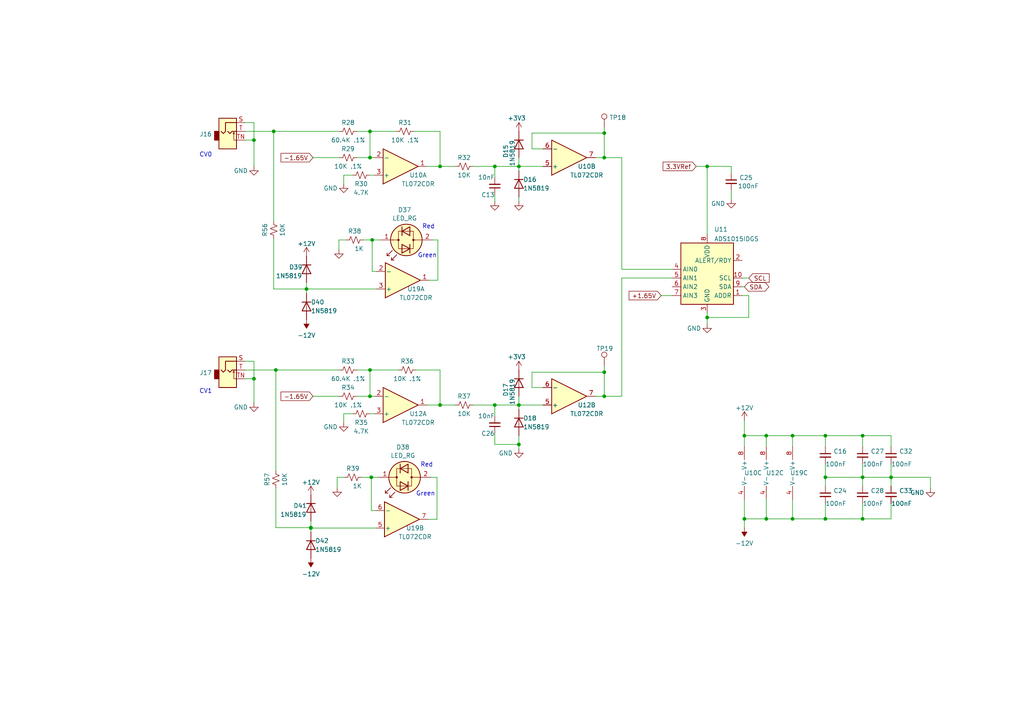
<source format=kicad_sch>
(kicad_sch (version 20231120) (generator "eeschema") (generator_version "8.0")
  (paper "A4")
  (title_block (title "Thor's Arsenal") (rev "0.2"))
  (lib_symbols
    (symbol "Amplifier_Operational:TL072" (pin_names (offset 0.127))
      (property "Reference" "U" (at 0 5.08 0))
      (property "Value" "TL072" (at 0 -5.08 0))
      (symbol "TL072_1_1"
        (polyline (pts (xy -5.08 5.08) (xy 5.08 0) (xy -5.08 -5.08) (xy -5.08 5.08)) (stroke (width 0.254)) (fill (type background)))
        (pin output line (at 7.62 0 180) (length 2.54) (name "~") (number "1"))
        (pin input line (at -7.62 -2.54 0) (length 2.54) (name "-") (number "2"))
        (pin input line (at -7.62 2.54 0) (length 2.54) (name "+") (number "3"))
      )
      (symbol "TL072_2_1"
        (polyline (pts (xy -5.08 5.08) (xy 5.08 0) (xy -5.08 -5.08) (xy -5.08 5.08)) (stroke (width 0.254)) (fill (type background)))
        (pin input line (at -7.62 2.54 0) (length 2.54) (name "+") (number "5"))
        (pin input line (at -7.62 -2.54 0) (length 2.54) (name "-") (number "6"))
        (pin output line (at 7.62 0 180) (length 2.54) (name "~") (number "7"))
      )
      (symbol "TL072_3_1"
        (pin power_in line (at -2.54 -7.62 90) (length 3.81) (name "V-") (number "4"))
        (pin power_in line (at -2.54 7.62 270) (length 3.81) (name "V+") (number "8"))
      )
    )
    (symbol "Analog_ADC:ADS1015IDGS"
      (property "Reference" "U" (at 2.54 13.97 0))
      (property "Value" "ADS1015IDGS" (at 7.62 11.43 0))
      (symbol "ADS1015IDGS_0_1"
        (rectangle (start -7.62 10.16) (end 7.62 -7.62) (stroke (width 0.254)) (fill (type background)))
      )
      (symbol "ADS1015IDGS_1_1"
        (pin input line (at 10.16 -5.08 180) (length 2.54) (name "ADDR") (number "1"))
        (pin input line (at 10.16 0 180) (length 2.54) (name "SCL") (number "10"))
        (pin output line (at 10.16 5.08 180) (length 2.54) (name "ALERT/RDY") (number "2"))
        (pin power_in line (at 0 -10.16 90) (length 2.54) (name "GND") (number "3"))
        (pin input line (at -10.16 2.54 0) (length 2.54) (name "AIN0") (number "4"))
        (pin input line (at -10.16 0 0) (length 2.54) (name "AIN1") (number "5"))
        (pin input line (at -10.16 -2.54 0) (length 2.54) (name "AIN2") (number "6"))
        (pin input line (at -10.16 -5.08 0) (length 2.54) (name "AIN3") (number "7"))
        (pin power_in line (at 0 12.7 270) (length 2.54) (name "VDD") (number "8"))
        (pin bidirectional line (at 10.16 -2.54 180) (length 2.54) (name "SDA") (number "9"))
      )
    )
    (symbol "Connector:TestPoint" (pin_numbers hide) (pin_names (offset 0.762) hide)
      (property "Reference" "TP" (at 0 6.858 0))
      (property "Value" "TestPoint" (at 0 5.08 0))
      (symbol "TestPoint_0_1"
        (circle (center 0 3.302) (radius 0.762))
      )
      (symbol "TestPoint_1_1"
        (pin passive line (at 0 0 90) (length 2.54) (name "1") (number "1"))
      )
    )
    (symbol "Connector_Audio:AudioJack2_SwitchT"
      (property "Reference" "J" (at 0 8.89 0))
      (property "Value" "AudioJack2_SwitchT" (at 0 6.35 0))
      (symbol "AudioJack2_SwitchT_0_1"
        (rectangle (start -2.54 0) (end -3.81 -2.54) (stroke (width 0.254)) (fill (type outline)))
        (polyline (pts (xy 1.778 -0.254) (xy 2.032 -0.762)))
        (polyline (pts (xy 0 0) (xy 0.635 -0.635) (xy 1.27 0) (xy 2.54 0)) (stroke (width 0.254)))
        (polyline (pts (xy 2.54 -2.54) (xy 1.778 -2.54) (xy 1.778 -0.254) (xy 1.524 -0.762)))
        (polyline (pts (xy 2.54 2.54) (xy -0.635 2.54) (xy -0.635 0) (xy -1.27 -0.635) (xy -1.905 0)) (stroke (width 0.254)))
        (rectangle (start 2.54 3.81) (end -2.54 -5.08) (stroke (width 0.254)) (fill (type background)))
      )
      (symbol "AudioJack2_SwitchT_1_1"
        (pin passive line (at 5.08 2.54 180) (length 2.54) (name "~") (number "S"))
        (pin passive line (at 5.08 0 180) (length 2.54) (name "~") (number "T"))
        (pin passive line (at 5.08 -2.54 180) (length 2.54) (name "~") (number "TN"))
      )
    )
    (symbol "Device:C_Small" (pin_numbers hide) (pin_names (offset 0.254) hide)
      (property "Reference" "C" (at 0.254 1.778 0))
      (property "Value" "C_Small" (at 0.254 -2.032 0))
      (symbol "C_Small_0_1"
        (polyline (pts (xy -1.524 -0.508) (xy 1.524 -0.508)) (stroke (width 0.3302)))
        (polyline (pts (xy -1.524 0.508) (xy 1.524 0.508)) (stroke (width 0.3048)))
      )
      (symbol "C_Small_1_1"
        (pin passive line (at 0 2.54 270) (length 2.032) (name "~") (number "1"))
        (pin passive line (at 0 -2.54 90) (length 2.032) (name "~") (number "2"))
      )
    )
    (symbol "Device:LED_Dual_Bidirectional" (pin_names (offset 0) hide)
      (property "Reference" "D" (at 0 5.715 0))
      (property "Value" "LED_Dual_Bidirectional" (at 0 -6.35 0))
      (symbol "LED_Dual_Bidirectional_0_1"
        (circle (center -2.032 0) (radius 0.254) (fill (type outline)))
        (polyline (pts (xy -4.572 0) (xy -2.54 0)))
        (polyline (pts (xy -2.032 0) (xy -2.54 0)))
        (polyline (pts (xy -1.016 3.81) (xy -1.016 1.27)) (stroke (width 0.254)))
        (polyline (pts (xy 1.27 -1.27) (xy 1.27 -3.81)) (stroke (width 0.254)))
        (polyline (pts (xy 4.064 0) (xy 2.286 0)) (fill (type outline)))
        (polyline (pts (xy 4.318 5.842) (xy 4.318 5.08)) (stroke (width 0.2032)))
        (polyline (pts (xy 5.588 4.572) (xy 5.588 3.81)) (stroke (width 0.2032)))
        (polyline (pts (xy 2.794 4.318) (xy 4.318 5.842) (xy 3.556 5.842)) (stroke (width 0.2032)))
        (polyline (pts (xy 4.064 3.048) (xy 5.588 4.572) (xy 4.826 4.572)) (stroke (width 0.2032)))
        (polyline (pts (xy -1.016 -1.27) (xy -1.016 -3.81) (xy 1.27 -2.54) (xy -1.016 -1.27)) (stroke (width 0.254)))
        (polyline (pts (xy 1.27 3.81) (xy 1.27 1.27) (xy -1.016 2.54) (xy 1.27 3.81)) (stroke (width 0.254)))
        (polyline (pts (xy 2.286 2.54) (xy -2.032 2.54) (xy -2.032 -2.54) (xy 2.286 -2.54) (xy 2.286 2.54)))
        (circle (center 0 0) (radius 4.572) (stroke (width 0.254)) (fill (type background)))
        (circle (center 2.286 0) (radius 0.254) (fill (type outline)))
      )
      (symbol "LED_Dual_Bidirectional_1_1"
        (pin input line (at 7.62 0 180) (length 3.81) (name "KA") (number "1"))
        (pin input line (at -7.62 0 0) (length 3.048) (name "AK") (number "2"))
      )
    )
    (symbol "Device:R_Small_US" (pin_numbers hide) (pin_names (offset 0.254) hide)
      (property "Reference" "R" (at 0.762 0.508 0))
      (property "Value" "R_Small_US" (at 0.762 -1.016 0))
      (symbol "R_Small_US_1_1"
        (polyline (pts (xy 0 0) (xy 1.016 -0.381) (xy 0 -0.762) (xy -1.016 -1.143) (xy 0 -1.524)))
        (polyline (pts (xy 0 1.524) (xy 1.016 1.143) (xy 0 0.762) (xy -1.016 0.381) (xy 0 0)))
        (pin passive line (at 0 2.54 270) (length 1.016) (name "~") (number "1"))
        (pin passive line (at 0 -2.54 90) (length 1.016) (name "~") (number "2"))
      )
    )
    (symbol "Diode:1N4148" (pin_numbers hide) (pin_names (offset 1.016) hide)
      (property "Reference" "D" (at 0 2.54 0))
      (property "Value" "1N4148" (at 0 -2.54 0))
      (symbol "1N4148_0_1"
        (polyline (pts (xy -1.27 1.27) (xy -1.27 -1.27)) (stroke (width 0.254)))
        (polyline (pts (xy 1.27 0) (xy -1.27 0)))
        (polyline (pts (xy 1.27 1.27) (xy 1.27 -1.27) (xy -1.27 0) (xy 1.27 1.27)) (stroke (width 0.254)))
      )
      (symbol "1N4148_1_1"
        (pin passive line (at -3.81 0 0) (length 2.54) (name "K") (number "1"))
        (pin passive line (at 3.81 0 180) (length 2.54) (name "A") (number "2"))
      )
    )
    (symbol "power:+12V" (power) (pin_names (offset 0))
      (property "Value" "+12V" (at 0 3.556 0))
      (symbol "+12V_0_1"
        (polyline (pts (xy -0.762 1.27) (xy 0 2.54)))
        (polyline (pts (xy 0 0) (xy 0 2.54)))
        (polyline (pts (xy 0 2.54) (xy 0.762 1.27)))
      )
      (symbol "+12V_1_1"
        (pin power_in line (at 0 0 90) (length 0) hide (name "+12V") (number "1"))
      )
    )
    (symbol "power:+3.3V" (power) (pin_names (offset 0))
      (property "Value" "+3.3V" (at 0 3.556 0))
      (symbol "+3.3V_0_1"
        (polyline (pts (xy -0.762 1.27) (xy 0 2.54)))
        (polyline (pts (xy 0 0) (xy 0 2.54)))
        (polyline (pts (xy 0 2.54) (xy 0.762 1.27)))
      )
      (symbol "+3.3V_1_1"
        (pin power_in line (at 0 0 90) (length 0) hide (name "+3V3") (number "1"))
      )
    )
    (symbol "power:-12V" (power) (pin_names (offset 0))
      (property "Value" "-12V" (at 0 3.81 0))
      (symbol "-12V_0_0"
        (pin power_in line (at 0 0 90) (length 0) hide (name "-12V") (number "1"))
      )
      (symbol "-12V_0_1"
        (polyline (pts (xy 0 0) (xy 0 1.27) (xy 0.762 1.27) (xy 0 2.54) (xy -0.762 1.27) (xy 0 1.27)) (fill (type outline)))
      )
    )
    (symbol "power:GND" (power) (pin_names (offset 0))
      (property "Value" "GND" (at 0 -3.81 0))
      (symbol "GND_0_1"
        (polyline (pts (xy 0 0) (xy 0 -1.27) (xy 1.27 -1.27) (xy 0 -2.54) (xy -1.27 -1.27) (xy 0 -1.27)))
      )
      (symbol "GND_1_1"
        (pin power_in line (at 0 0 270) (length 0) hide (name "GND") (number "1"))
      )
    )
  )
  (junction (at 239.395 150.495))
  (junction (at 150.495 128.905))
  (junction (at 107.315 38.1))
  (junction (at 175.26 45.72))
  (junction (at 107.315 114.935))
  (junction (at 215.9 126.365))
  (junction (at 239.395 138.43))
  (junction (at 205.105 48.26))
  (junction (at 215.9 150.495))
  (junction (at 150.495 117.475))
  (junction (at 79.375 38.1))
  (junction (at 222.25 126.365))
  (junction (at 80.01 107.315))
  (junction (at 143.51 117.475))
  (junction (at 258.445 138.43))
  (junction (at 90.17 153.035))
  (junction (at 107.95 69.596))
  (junction (at 250.19 126.365))
  (junction (at 175.26 114.935))
  (junction (at 73.66 109.855))
  (junction (at 175.26 38.608))
  (junction (at 205.105 92.075))
  (junction (at 107.315 107.315))
  (junction (at 107.315 45.72))
  (junction (at 250.19 138.43))
  (junction (at 250.19 150.495))
  (junction (at 127.635 117.475))
  (junction (at 229.87 126.365))
  (junction (at 90.17 153.162))
  (junction (at 239.395 126.365))
  (junction (at 175.26 107.95))
  (junction (at 73.66 40.64))
  (junction (at 222.25 150.495))
  (junction (at 150.495 48.26))
  (junction (at 229.87 150.495))
  (junction (at 88.9 83.82))
  (junction (at 107.696 138.43))
  (junction (at 127.635 48.26))
  (junction (at 143.51 48.26))
  (wire (pts (xy 71.12 104.775) (xy 73.66 104.775)))
  (wire (pts (xy 175.26 37.084) (xy 175.26 38.608)))
  (wire (pts (xy 90.17 153.162) (xy 108.966 153.162)))
  (wire (pts (xy 88.9 81.915) (xy 88.9 83.82)))
  (wire (pts (xy 229.87 126.365) (xy 239.395 126.365)))
  (wire (pts (xy 217.17 92.075) (xy 205.105 92.075)))
  (wire (pts (xy 107.315 107.315) (xy 115.57 107.315)))
  (wire (pts (xy 79.375 83.82) (xy 88.9 83.82)))
  (wire (pts (xy 107.315 45.72) (xy 108.585 45.72)))
  (wire (pts (xy 201.93 48.26) (xy 205.105 48.26)))
  (wire (pts (xy 97.79 138.43) (xy 97.79 141.478)))
  (wire (pts (xy 79.375 38.1) (xy 79.375 64.135)))
  (wire (pts (xy 103.505 45.72) (xy 107.315 45.72)))
  (wire (pts (xy 217.17 85.725) (xy 217.17 92.075)))
  (wire (pts (xy 239.395 126.365) (xy 250.19 126.365)))
  (wire (pts (xy 107.315 45.72) (xy 107.315 38.1)))
  (wire (pts (xy 212.09 50.165) (xy 212.09 48.26)))
  (wire (pts (xy 215.265 85.725) (xy 217.17 85.725)))
  (wire (pts (xy 90.17 151.13) (xy 90.17 153.035)))
  (wire (pts (xy 150.495 114.935) (xy 150.495 117.475)))
  (wire (pts (xy 143.51 48.26) (xy 143.51 51.435)))
  (wire (pts (xy 107.95 69.596) (xy 107.95 78.74)))
  (wire (pts (xy 154.305 107.95) (xy 175.26 107.95)))
  (wire (pts (xy 90.17 153.162) (xy 90.17 153.035)))
  (wire (pts (xy 222.25 150.495) (xy 229.87 150.495)))
  (wire (pts (xy 71.12 109.855) (xy 73.66 109.855)))
  (wire (pts (xy 127.635 38.1) (xy 127.635 48.26)))
  (wire (pts (xy 80.01 153.035) (xy 90.17 153.035)))
  (wire (pts (xy 107.315 38.1) (xy 114.935 38.1)))
  (wire (pts (xy 180.34 45.72) (xy 180.34 78.105)))
  (wire (pts (xy 258.445 146.05) (xy 258.445 150.495)))
  (wire (pts (xy 250.19 138.43) (xy 239.395 138.43)))
  (wire (pts (xy 103.505 107.315) (xy 107.315 107.315)))
  (wire (pts (xy 222.25 126.365) (xy 222.25 129.54)))
  (wire (pts (xy 215.9 126.365) (xy 222.25 126.365)))
  (wire (pts (xy 215.9 144.78) (xy 215.9 150.495)))
  (wire (pts (xy 239.395 146.05) (xy 239.395 150.495)))
  (wire (pts (xy 80.01 107.315) (xy 80.01 136.525)))
  (wire (pts (xy 258.445 126.365) (xy 250.19 126.365)))
  (wire (pts (xy 217.17 80.645) (xy 215.265 80.645)))
  (wire (pts (xy 180.34 114.935) (xy 180.34 80.645)))
  (wire (pts (xy 239.395 138.43) (xy 239.395 140.97)))
  (wire (pts (xy 154.305 38.608) (xy 175.26 38.608)))
  (wire (pts (xy 150.495 58.42) (xy 150.495 57.15)))
  (wire (pts (xy 205.105 48.26) (xy 205.105 67.945)))
  (wire (pts (xy 250.19 138.43) (xy 250.19 140.97)))
  (wire (pts (xy 258.445 138.43) (xy 258.445 140.97)))
  (wire (pts (xy 175.26 107.95) (xy 175.26 114.935)))
  (wire (pts (xy 150.495 128.905) (xy 150.495 126.365)))
  (wire (pts (xy 127.635 117.475) (xy 132.08 117.475)))
  (wire (pts (xy 79.375 38.1) (xy 98.425 38.1)))
  (wire (pts (xy 71.12 38.1) (xy 79.375 38.1)))
  (wire (pts (xy 269.875 141.605) (xy 269.875 138.43)))
  (wire (pts (xy 143.51 117.475) (xy 150.495 117.475)))
  (wire (pts (xy 102.235 50.8) (xy 99.695 50.8)))
  (wire (pts (xy 109.22 78.74) (xy 107.95 78.74)))
  (wire (pts (xy 239.395 129.54) (xy 239.395 126.365)))
  (wire (pts (xy 154.305 112.395) (xy 154.305 107.95)))
  (wire (pts (xy 215.9 126.365) (xy 215.9 129.54)))
  (wire (pts (xy 71.12 35.56) (xy 73.66 35.56)))
  (wire (pts (xy 73.66 104.775) (xy 73.66 109.855)))
  (wire (pts (xy 123.825 48.26) (xy 127.635 48.26)))
  (wire (pts (xy 80.01 107.315) (xy 98.425 107.315)))
  (wire (pts (xy 127 69.596) (xy 127 81.28)))
  (wire (pts (xy 137.16 117.475) (xy 143.51 117.475)))
  (wire (pts (xy 124.968 138.43) (xy 126.746 138.43)))
  (wire (pts (xy 98.298 69.596) (xy 98.298 72.39)))
  (wire (pts (xy 73.66 40.64) (xy 73.66 48.26)))
  (wire (pts (xy 215.9 150.495) (xy 222.25 150.495)))
  (wire (pts (xy 109.728 138.43) (xy 107.696 138.43)))
  (wire (pts (xy 212.09 55.245) (xy 212.09 57.785)))
  (wire (pts (xy 73.66 35.56) (xy 73.66 40.64)))
  (wire (pts (xy 154.305 43.18) (xy 154.305 38.608)))
  (wire (pts (xy 157.48 112.395) (xy 154.305 112.395)))
  (wire (pts (xy 120.65 107.315) (xy 127.635 107.315)))
  (wire (pts (xy 103.505 38.1) (xy 107.315 38.1)))
  (wire (pts (xy 103.505 114.935) (xy 107.315 114.935)))
  (wire (pts (xy 88.9 83.82) (xy 109.22 83.82)))
  (wire (pts (xy 258.445 138.43) (xy 269.875 138.43)))
  (wire (pts (xy 175.26 106.172) (xy 175.26 107.95)))
  (wire (pts (xy 229.87 144.78) (xy 229.87 150.495)))
  (wire (pts (xy 194.945 85.725) (xy 191.77 85.725)))
  (wire (pts (xy 80.01 141.605) (xy 80.01 153.035)))
  (wire (pts (xy 172.72 114.935) (xy 175.26 114.935)))
  (wire (pts (xy 150.495 118.745) (xy 150.495 117.475)))
  (wire (pts (xy 222.25 126.365) (xy 229.87 126.365)))
  (wire (pts (xy 175.26 45.72) (xy 180.34 45.72)))
  (wire (pts (xy 215.9 121.92) (xy 215.9 126.365)))
  (wire (pts (xy 90.805 114.935) (xy 98.425 114.935)))
  (wire (pts (xy 90.805 45.72) (xy 98.425 45.72)))
  (wire (pts (xy 180.34 80.645) (xy 194.945 80.645)))
  (wire (pts (xy 98.298 69.596) (xy 100.33 69.596)))
  (wire (pts (xy 126.746 150.622) (xy 124.206 150.622)))
  (wire (pts (xy 205.105 93.98) (xy 205.105 92.075)))
  (wire (pts (xy 172.72 45.72) (xy 175.26 45.72)))
  (wire (pts (xy 71.12 107.315) (xy 80.01 107.315)))
  (wire (pts (xy 99.822 138.43) (xy 97.79 138.43)))
  (wire (pts (xy 125.476 69.596) (xy 127 69.596)))
  (wire (pts (xy 107.315 50.8) (xy 108.585 50.8)))
  (wire (pts (xy 239.395 134.62) (xy 239.395 138.43)))
  (wire (pts (xy 108.966 148.082) (xy 107.696 148.082)))
  (wire (pts (xy 90.17 154.305) (xy 90.17 153.162)))
  (wire (pts (xy 73.66 109.855) (xy 73.66 116.84)))
  (wire (pts (xy 150.495 45.72) (xy 150.495 48.26)))
  (wire (pts (xy 143.51 48.26) (xy 150.495 48.26)))
  (wire (pts (xy 150.495 128.905) (xy 150.495 130.175)))
  (wire (pts (xy 107.315 120.015) (xy 108.585 120.015)))
  (wire (pts (xy 175.26 38.608) (xy 175.26 45.72)))
  (wire (pts (xy 212.09 48.26) (xy 205.105 48.26)))
  (wire (pts (xy 88.9 85.09) (xy 88.9 83.82)))
  (wire (pts (xy 102.235 120.015) (xy 99.695 120.015)))
  (wire (pts (xy 150.495 49.53) (xy 150.495 48.26)))
  (wire (pts (xy 123.825 117.475) (xy 127.635 117.475)))
  (wire (pts (xy 222.25 144.78) (xy 222.25 150.495)))
  (wire (pts (xy 127 81.28) (xy 124.46 81.28)))
  (wire (pts (xy 127.635 48.26) (xy 132.08 48.26)))
  (wire (pts (xy 105.41 69.596) (xy 107.95 69.596)))
  (wire (pts (xy 143.51 128.905) (xy 150.495 128.905)))
  (wire (pts (xy 143.51 117.475) (xy 143.51 120.65)))
  (wire (pts (xy 258.445 134.62) (xy 258.445 138.43)))
  (wire (pts (xy 250.19 134.62) (xy 250.19 138.43)))
  (wire (pts (xy 99.695 50.8) (xy 99.695 53.34)))
  (wire (pts (xy 126.746 138.43) (xy 126.746 150.622)))
  (wire (pts (xy 215.9 83.185) (xy 215.265 83.185)))
  (wire (pts (xy 250.19 146.05) (xy 250.19 150.495)))
  (wire (pts (xy 107.315 114.935) (xy 107.315 107.315)))
  (wire (pts (xy 79.375 69.215) (xy 79.375 83.82)))
  (wire (pts (xy 71.12 40.64) (xy 73.66 40.64)))
  (wire (pts (xy 157.48 43.18) (xy 154.305 43.18)))
  (wire (pts (xy 99.695 120.015) (xy 99.695 122.555)))
  (wire (pts (xy 258.445 129.54) (xy 258.445 126.365)))
  (wire (pts (xy 250.19 126.365) (xy 250.19 129.54)))
  (wire (pts (xy 143.51 56.515) (xy 143.51 58.42)))
  (wire (pts (xy 107.315 114.935) (xy 108.585 114.935)))
  (wire (pts (xy 110.236 69.596) (xy 107.95 69.596)))
  (wire (pts (xy 127.635 107.315) (xy 127.635 117.475)))
  (wire (pts (xy 175.26 114.935) (xy 180.34 114.935)))
  (wire (pts (xy 150.495 48.26) (xy 157.48 48.26)))
  (wire (pts (xy 180.34 78.105) (xy 194.945 78.105)))
  (wire (pts (xy 137.16 48.26) (xy 143.51 48.26)))
  (wire (pts (xy 205.105 92.075) (xy 205.105 90.805)))
  (wire (pts (xy 107.696 138.43) (xy 107.696 148.082)))
  (wire (pts (xy 229.87 150.495) (xy 239.395 150.495)))
  (wire (pts (xy 120.015 38.1) (xy 127.635 38.1)))
  (wire (pts (xy 229.87 126.365) (xy 229.87 129.54)))
  (wire (pts (xy 250.19 150.495) (xy 258.445 150.495)))
  (wire (pts (xy 215.9 150.495) (xy 215.9 153.035)))
  (wire (pts (xy 239.395 150.495) (xy 250.19 150.495)))
  (wire (pts (xy 143.51 125.73) (xy 143.51 128.905)))
  (wire (pts (xy 250.19 138.43) (xy 258.445 138.43)))
  (wire (pts (xy 104.902 138.43) (xy 107.696 138.43)))
  (wire (pts (xy 150.495 117.475) (xy 157.48 117.475)))
  (text "CV0" (at 57.785 45.72 0) (effects (font (size 1.27 1.27)) (justify left bottom)))
  (text "Red" (at 121.92 135.636 0) (effects (font (size 1.27 1.27)) (justify left bottom)))
  (text "CV1" (at 57.785 114.3 0) (effects (font (size 1.27 1.27)) (justify left bottom)))
  (text "Green" (at 120.65 144.018 0) (effects (font (size 1.27 1.27)) (justify left bottom)))
  (text "Green" (at 121.158 74.93 0) (effects (font (size 1.27 1.27)) (justify left bottom)))
  (text "Red" (at 122.428 66.548 0) (effects (font (size 1.27 1.27)) (justify left bottom)))
  (global_label "SCL" (shape input) (at 217.17 80.645 0) (property "Intersheetrefs" "${INTERSHEET_REFS}" (effects (hide yes))))
  (global_label "+1.65V" (shape input) (at 191.77 85.725 180) (property "Intersheetrefs" "${INTERSHEET_REFS}" (effects (hide yes))))
  (global_label "3.3VRef" (shape input) (at 201.93 48.26 180) (property "Intersheetrefs" "${INTERSHEET_REFS}" (effects (hide yes))))
  (global_label "-1.65V" (shape input) (at 90.805 114.935 180) (property "Intersheetrefs" "${INTERSHEET_REFS}" (effects (hide yes))))
  (global_label "SDA" (shape bidirectional) (at 215.9 83.185 0) (property "Intersheetrefs" "${INTERSHEET_REFS}" (effects (hide yes))))
  (global_label "-1.65V" (shape input) (at 90.805 45.72 180) (property "Intersheetrefs" "${INTERSHEET_REFS}" (effects (hide yes))))
  (symbol (lib_id "power:-12V") (at 90.17 161.925 180) (unit 1)
    (property "Reference" "#PWR017" (effects (hide yes)))
    (property "Value" "-12V" (at 90.17 166.4875 0))
  )
  (symbol (lib_id "power:GND") (at 205.105 93.98 0) (unit 1)
    (property "Reference" "#PWR028" (effects (hide yes)))
    (property "Value" "GND" (at 201.295 95.25 0))
  )
  (symbol (lib_id "Diode:1N4148") (at 90.17 158.115 270) (unit 1)
    (property "Reference" "D42" (at 91.44 156.845 90) (effects (justify left)))
    (property "Value" "1N5819" (at 91.44 159.385 90) (effects (justify left)))
    (property "Footprint" "greenface:D_SOD-323" (effects (hide yes)))
    (property "Digi-Key Part" "478-7800-1-ND" (effects (hide yes)))
    (property "LCSC Part #" "C191023" (effects (hide yes)))
  )
  (symbol (lib_id "Diode:1N4148") (at 88.9 88.9 270) (unit 1)
    (property "Reference" "D40" (at 90.17 87.63 90) (effects (justify left)))
    (property "Value" "1N5819" (at 90.17 90.17 90) (effects (justify left)))
    (property "Footprint" "greenface:D_SOD-323" (effects (hide yes)))
    (property "Digi-Key Part" "478-7800-1-ND" (effects (hide yes)))
    (property "LCSC Part #" "C191023" (effects (hide yes)))
  )
  (symbol (lib_id "power:+12V") (at 215.9 121.92 0) (unit 1)
    (property "Reference" "#PWR034" (effects (hide yes)))
    (property "Value" "+12V" (at 215.9 118.3155 0))
  )
  (symbol (lib_id "Device:R_Small_US") (at 134.62 117.475 270) (unit 1)
    (property "Reference" "R37" (at 134.62 114.935 90))
    (property "Value" "10K" (at 134.62 120.015 90))
    (property "Footprint" "Resistor_SMD:R_0805_2012Metric_Pad1.20x1.40mm_HandSolder" (effects (hide yes)))
    (property "Digi-Key Part" "13-RC0805JR-1010KLCT-ND" (effects (hide yes)))
    (property "LCSC Part #" "C17414" (effects (hide yes)))
  )
  (symbol (lib_id "power:-12V") (at 215.9 153.035 180) (unit 1)
    (property "Reference" "#PWR038" (effects (hide yes)))
    (property "Value" "-12V" (at 215.9 157.5975 0))
  )
  (symbol (lib_id "Amplifier_Operational:TL072") (at 213.36 137.16 0) (mirror y) (unit 3)
    (property "Reference" "U10" (at 218.44 137.16 0))
    (property "Value" "TL072CDR" (effects (hide yes)))
    (property "Footprint" "Package_SO:SOIC-8_3.9x4.9mm_P1.27mm" (effects (hide yes)))
    (property "Digi-Key Part" "296-1282-1-ND" (effects (hide yes)))
    (property "LCSC Part #" "C6961" (effects (hide yes)))
  )
  (symbol (lib_id "Diode:1N4148") (at 90.17 147.32 270) (unit 1)
    (property "Reference" "D41" (at 85.09 146.685 90) (effects (justify left)))
    (property "Value" "1N5819" (at 81.28 149.225 90) (effects (justify left)))
    (property "Footprint" "greenface:D_SOD-323" (effects (hide yes)))
    (property "Digi-Key Part" "478-7800-1-ND" (effects (hide yes)))
    (property "LCSC Part #" "C191023" (effects (hide yes)))
  )
  (symbol (lib_id "Device:LED_Dual_Bidirectional") (at 117.856 69.596 180) (unit 1)
    (property "Reference" "D37" (at 117.3607 60.8795 0))
    (property "Value" "LED_RG" (at 117.3607 63.3038 0))
    (property "Footprint" "LED_THT:LED_D3.0mm" (effects (hide yes)))
    (property "Description" "Dual LED, bidirectional" (effects (hide yes)))
    (property "Digi-Key Part" "754-WP937SURKCGKW-ND" (effects (hide yes)))
  )
  (symbol (lib_id "Amplifier_Operational:TL072") (at 227.33 137.16 0) (mirror y) (unit 3)
    (property "Reference" "U19" (at 231.775 137.16 0))
    (property "Value" "TL072CDR" (effects (hide yes)))
    (property "Footprint" "Package_SO:SOIC-8_3.9x4.9mm_P1.27mm" (effects (hide yes)))
    (property "Datasheet" "http://www.ti.com/lit/ds/symlink/tl071.pdf" (effects (hide yes)))
    (property "Digi-Key Part" "296-1282-1-ND" (effects (hide yes)))
    (property "LCSC Part #" "C6961" (effects (hide yes)))
  )
  (symbol (lib_id "Analog_ADC:ADS1015IDGS") (at 205.105 80.645 0) (unit 1)
    (property "Reference" "U11" (at 207.1244 66.5185 0) (effects (justify left)))
    (property "Value" "ADS1015IDGS" (at 207.1244 69.2936 0) (effects (justify left)))
    (property "Footprint" "Package_SO:TSSOP-10_3x3mm_P0.5mm" (effects (hide yes)))
    (property "Datasheet" "http://www.ti.com/lit/ds/symlink/ads1015.pdf" (effects (hide yes)))
    (property "LCSC Part #" "C193969" (effects (hide yes)))
    (property "Digi-Key Part" "296-25227-1-ND" (effects (hide yes)))
  )
  (symbol (lib_id "Device:R_Small_US") (at 104.775 50.8 270) (unit 1)
    (property "Reference" "R30" (at 104.775 53.34 90))
    (property "Value" "4.7K" (at 104.775 55.88 90))
    (property "Footprint" "Resistor_SMD:R_0805_2012Metric_Pad1.20x1.40mm_HandSolder" (effects (hide yes)))
    (property "Digi-Key Part" "RMCF0805FT4K70CT-ND" (effects (hide yes)))
    (property "LCSC Part #" "C17673" (effects (hide yes)))
  )
  (symbol (lib_id "Amplifier_Operational:TL072") (at 116.205 48.26 0) (mirror x) (unit 1)
    (property "Reference" "U10" (at 121.285 50.8 0))
    (property "Value" "TL072CDR" (at 121.285 53.34 0))
    (property "Footprint" "Package_SO:SOIC-8_3.9x4.9mm_P1.27mm" (effects (hide yes)))
    (property "Digi-Key Part" "296-1282-1-ND" (effects (hide yes)))
    (property "LCSC Part #" "C6961" (effects (hide yes)))
  )
  (symbol (lib_id "power:+12V") (at 88.9 74.295 0) (unit 1)
    (property "Reference" "#PWR012" (effects (hide yes)))
    (property "Value" "+12V" (at 88.9 70.6905 0))
  )
  (symbol (lib_id "Device:R_Small_US") (at 100.965 114.935 270) (unit 1)
    (property "Reference" "R34" (at 100.965 112.395 90))
    (property "Value" "10K .1%" (at 100.965 117.475 90))
    (property "Footprint" "Resistor_SMD:R_0805_2012Metric_Pad1.20x1.40mm_HandSolder" (effects (hide yes)))
    (property "Digi-Key Part" "P10KDACT-ND" (effects (hide yes)))
    (property "LCSC Part #" "C406725" (effects (hide yes)))
  )
  (symbol (lib_id "Connector:TestPoint") (at 175.26 106.172 0) (unit 1)
    (property "Reference" "TP19" (at 172.974 101.092 0) (effects (justify left)))
    (property "Value" "TestPoint" (effects (hide yes)))
    (property "Footprint" "TestPoint:TestPoint_Keystone_5000-5004_Miniature" (effects (hide yes)))
    (property "Digi-Key Part" "36-5006-ND" (effects (hide yes)))
    (property "LCSC Part #" "C238123 " (effects (hide yes)))
  )
  (symbol (lib_id "Device:C_Small") (at 143.51 123.19 180) (unit 1)
    (property "Reference" "C26" (at 143.51 125.73 0) (effects (justify left)))
    (property "Value" "10nF" (at 143.51 120.65 0) (effects (justify left)))
    (property "Footprint" "Capacitor_SMD:C_0805_2012Metric_Pad1.18x1.45mm_HandSolder" (effects (hide yes)))
    (property "Datasheet" "http://datasheets.avx.com/SR-Series.pdf" (effects (hide yes)))
    (property "Digi-Key Part" "311-1136-1-ND" (effects (hide yes)))
    (property "LCSC Part #" "C1710" (effects (hide yes)))
  )
  (symbol (lib_id "power:GND") (at 99.695 122.555 0) (unit 1)
    (property "Reference" "#PWR052" (effects (hide yes)))
    (property "Value" "GND" (at 95.885 123.825 0))
  )
  (symbol (lib_id "Connector:TestPoint") (at 175.26 37.084 0) (unit 1)
    (property "Reference" "TP18" (at 176.7332 34.0868 0) (effects (justify left)))
    (property "Value" "TestPoint" (effects (hide yes)))
    (property "Footprint" "TestPoint:TestPoint_Keystone_5000-5004_Miniature" (effects (hide yes)))
    (property "Digi-Key Part" "36-5006-ND" (effects (hide yes)))
    (property "LCSC Part #" "C238123 " (effects (hide yes)))
  )
  (symbol (lib_id "power:+12V") (at 90.17 143.51 0) (unit 1)
    (property "Reference" "#PWR016" (effects (hide yes)))
    (property "Value" "+12V" (at 90.17 139.9055 0))
  )
  (symbol (lib_id "Amplifier_Operational:TL072") (at 116.205 117.475 0) (mirror x) (unit 1)
    (property "Reference" "U12" (at 121.285 120.015 0))
    (property "Value" "TL072CDR" (at 121.285 122.555 0))
    (property "Footprint" "Package_SO:SOIC-8_3.9x4.9mm_P1.27mm" (effects (hide yes)))
    (property "Digi-Key Part" "296-1282-1-ND" (effects (hide yes)))
    (property "LCSC Part #" "C6961" (effects (hide yes)))
  )
  (symbol (lib_id "Device:C_Small") (at 239.395 143.51 0) (unit 1)
    (property "Reference" "C24" (at 241.7318 142.3416 0) (effects (justify left)))
    (property "Value" "100nF" (at 239.395 146.05 0) (effects (justify left)))
    (property "Footprint" "Capacitor_SMD:C_0603_1608Metric" (effects (hide yes)))
    (property "Datasheet" "http://datasheets.avx.com/SR-Series.pdf" (effects (hide yes)))
    (property "Digi-Key Part" "478-10836-1-ND" (effects (hide yes)))
    (property "LCSC Part #" "C14663" (effects (hide yes)))
  )
  (symbol (lib_id "Connector_Audio:AudioJack2_SwitchT") (at 66.04 38.1 0) (unit 1)
    (property "Reference" "J16" (at 61.468 38.9128 0) (effects (justify right)))
    (property "Value" "3.5mm Jack" (effects (hide yes)))
    (property "Footprint" "greenface:Jack_3.5mm_QingPu_WQP-PJ398SM_Vertical" (effects (hide yes)))
    (property "Description" "Audio Jack, 2 Poles (Mono / TS), Switched T Pole (Normalling)" (effects (hide yes)))
  )
  (symbol (lib_id "Device:C_Small") (at 239.395 132.08 0) (unit 1)
    (property "Reference" "C16" (at 241.7318 130.9116 0) (effects (justify left)))
    (property "Value" "100nF" (at 239.395 134.62 0) (effects (justify left)))
    (property "Footprint" "Capacitor_SMD:C_0603_1608Metric" (effects (hide yes)))
    (property "Datasheet" "http://datasheets.avx.com/SR-Series.pdf" (effects (hide yes)))
    (property "Digi-Key Part" "478-10836-1-ND" (effects (hide yes)))
    (property "LCSC Part #" "C14663" (effects (hide yes)))
  )
  (symbol (lib_id "Device:R_Small_US") (at 118.11 107.315 270) (unit 1)
    (property "Reference" "R36" (at 118.11 104.775 90))
    (property "Value" "10K .1%" (at 118.11 109.855 90))
    (property "Footprint" "Resistor_SMD:R_0805_2012Metric_Pad1.20x1.40mm_HandSolder" (effects (hide yes)))
    (property "Digi-Key Part" "P10KDACT-ND" (effects (hide yes)))
    (property "LCSC Part #" "C406725" (effects (hide yes)))
  )
  (symbol (lib_id "power:GND") (at 73.66 48.26 0) (unit 1)
    (property "Reference" "#PWR011" (effects (hide yes)))
    (property "Value" "GND" (at 69.85 49.53 0))
  )
  (symbol (lib_id "power:GND") (at 150.495 58.42 0) (unit 1)
    (property "Reference" "#PWR0107" (effects (hide yes)))
    (property "Value" "GND" (effects (hide yes)))
  )
  (symbol (lib_id "Device:C_Small") (at 258.445 132.08 0) (unit 1)
    (property "Reference" "C32" (at 260.7818 130.9116 0) (effects (justify left)))
    (property "Value" "100nF" (at 258.445 134.62 0) (effects (justify left)))
    (property "Footprint" "Capacitor_SMD:C_0603_1608Metric" (effects (hide yes)))
    (property "Datasheet" "http://datasheets.avx.com/SR-Series.pdf" (effects (hide yes)))
    (property "Digi-Key Part" "478-10836-1-ND" (effects (hide yes)))
    (property "LCSC Part #" "C14663" (effects (hide yes)))
  )
  (symbol (lib_id "power:GND") (at 143.51 58.42 0) (unit 1)
    (property "Reference" "#PWR0106" (effects (hide yes)))
    (property "Value" "GND" (effects (hide yes)))
  )
  (symbol (lib_id "Diode:1N4148") (at 88.9 78.105 270) (unit 1)
    (property "Reference" "D39" (at 83.82 77.47 90) (effects (justify left)))
    (property "Value" "1N5819" (at 80.01 80.01 90) (effects (justify left)))
    (property "Footprint" "greenface:D_SOD-323" (effects (hide yes)))
    (property "Digi-Key Part" "478-7800-1-ND" (effects (hide yes)))
    (property "LCSC Part #" "C191023" (effects (hide yes)))
  )
  (symbol (lib_id "Device:R_Small_US") (at 100.965 107.315 270) (unit 1)
    (property "Reference" "R33" (at 100.965 104.775 90))
    (property "Value" "60.4K .1%" (at 100.965 109.855 90))
    (property "Footprint" "Resistor_SMD:R_0603_1608Metric" (effects (hide yes)))
    (property "Digi-Key Part" "P30.1KDACT-ND" (effects (hide yes)))
    (property "LCSC Part #" "C5139638" (effects (hide yes)))
  )
  (symbol (lib_id "Device:R_Small_US") (at 100.965 38.1 270) (unit 1)
    (property "Reference" "R28" (at 100.965 35.56 90))
    (property "Value" "60.4K .1%" (at 100.965 40.64 90))
    (property "Footprint" "Resistor_SMD:R_0603_1608Metric" (effects (hide yes)))
    (property "Digi-Key Part" "P30.1KDACT-ND" (effects (hide yes)))
    (property "LCSC Part #" "C5139638" (effects (hide yes)))
  )
  (symbol (lib_id "Device:C_Small") (at 258.445 143.51 0) (unit 1)
    (property "Reference" "C33" (at 260.7818 142.3416 0) (effects (justify left)))
    (property "Value" "100nF" (at 258.445 146.05 0) (effects (justify left)))
    (property "Footprint" "Capacitor_SMD:C_0603_1608Metric" (effects (hide yes)))
    (property "Datasheet" "http://datasheets.avx.com/SR-Series.pdf" (effects (hide yes)))
    (property "Digi-Key Part" "478-10836-1-ND" (effects (hide yes)))
    (property "LCSC Part #" "C14663" (effects (hide yes)))
  )
  (symbol (lib_id "Device:R_Small_US") (at 104.775 120.015 270) (unit 1)
    (property "Reference" "R35" (at 104.775 122.555 90))
    (property "Value" "4.7K" (at 104.775 125.095 90))
    (property "Footprint" "Resistor_SMD:R_0805_2012Metric_Pad1.20x1.40mm_HandSolder" (effects (hide yes)))
    (property "Digi-Key Part" "RMCF0805FT4K70CT-ND" (effects (hide yes)))
    (property "LCSC Part #" "C17673" (effects (hide yes)))
  )
  (symbol (lib_id "Device:R_Small_US") (at 80.01 139.065 0) (unit 1)
    (property "Reference" "R57" (at 77.47 139.065 90))
    (property "Value" "10K" (at 82.55 139.065 90))
    (property "Footprint" "Resistor_SMD:R_0805_2012Metric_Pad1.20x1.40mm_HandSolder" (effects (hide yes)))
    (property "Digi-Key Part" "13-RC0805JR-1010KLCT-ND" (effects (hide yes)))
    (property "LCSC Part #" "C17414" (effects (hide yes)))
  )
  (symbol (lib_id "Device:C_Small") (at 143.51 53.975 180) (unit 1)
    (property "Reference" "C13" (at 143.51 56.515 0) (effects (justify left)))
    (property "Value" "10nF" (at 143.51 51.435 0) (effects (justify left)))
    (property "Footprint" "Capacitor_SMD:C_0805_2012Metric_Pad1.18x1.45mm_HandSolder" (effects (hide yes)))
    (property "Datasheet" "http://datasheets.avx.com/SR-Series.pdf" (effects (hide yes)))
    (property "Digi-Key Part" "311-1136-1-ND" (effects (hide yes)))
    (property "LCSC Part #" "C1710" (effects (hide yes)))
  )
  (symbol (lib_id "Device:R_Small_US") (at 102.87 69.596 90) (unit 1)
    (property "Reference" "R38" (at 102.87 67.056 90))
    (property "Value" "1K" (at 104.14 72.136 90))
    (property "Footprint" "Resistor_SMD:R_0805_2012Metric_Pad1.20x1.40mm_HandSolder" (effects (hide yes)))
    (property "Digi-Key Part" "RNCP0805FTD1K00CT-ND" (effects (hide yes)))
    (property "LCSC Part #" "C17513" (effects (hide yes)))
  )
  (symbol (lib_id "Diode:1N4148") (at 150.495 122.555 270) (unit 1)
    (property "Reference" "D18" (at 151.765 121.285 90) (effects (justify left)))
    (property "Value" "1N5819" (at 151.765 123.825 90) (effects (justify left)))
    (property "Footprint" "greenface:D_SOD-323" (effects (hide yes)))
    (property "Digi-Key Part" "478-7800-1-ND" (effects (hide yes)))
    (property "LCSC Part #" "C191023" (effects (hide yes)))
  )
  (symbol (lib_id "Device:C_Small") (at 212.09 52.705 0) (unit 1)
    (property "Reference" "C25" (at 214.4268 51.5366 0) (effects (justify left)))
    (property "Value" "100nF" (at 213.995 53.975 0) (effects (justify left)))
    (property "Footprint" "Capacitor_SMD:C_0603_1608Metric" (effects (hide yes)))
    (property "Datasheet" "http://datasheets.avx.com/SR-Series.pdf" (effects (hide yes)))
    (property "Digi-Key Part" "478-10836-1-ND" (effects (hide yes)))
    (property "LCSC Part #" "C14663" (effects (hide yes)))
  )
  (symbol (lib_id "Amplifier_Operational:TL072") (at 116.586 150.622 0) (mirror x) (unit 2)
    (property "Reference" "U19" (at 120.396 153.162 0))
    (property "Value" "TL072CDR" (at 120.396 155.702 0))
    (property "Footprint" "Package_SO:SOIC-8_3.9x4.9mm_P1.27mm" (effects (hide yes)))
    (property "Datasheet" "http://www.ti.com/lit/ds/symlink/tl071.pdf" (effects (hide yes)))
    (property "Digi-Key Part" "296-1282-1-ND" (effects (hide yes)))
    (property "LCSC Part #" "C6961" (effects (hide yes)))
  )
  (symbol (lib_id "Amplifier_Operational:TL072") (at 165.1 45.72 0) (mirror x) (unit 2)
    (property "Reference" "U10" (at 170.18 48.26 0))
    (property "Value" "TL072CDR" (at 170.18 50.8 0))
    (property "Footprint" "Package_SO:SOIC-8_3.9x4.9mm_P1.27mm" (effects (hide yes)))
    (property "Digi-Key Part" "296-1282-1-ND" (effects (hide yes)))
    (property "LCSC Part #" "C6961" (effects (hide yes)))
  )
  (symbol (lib_id "power:GND") (at 99.695 53.34 0) (unit 1)
    (property "Reference" "#PWR015" (effects (hide yes)))
    (property "Value" "GND" (at 95.885 54.61 0))
  )
  (symbol (lib_id "Device:LED_Dual_Bidirectional") (at 117.348 138.43 180) (unit 1)
    (property "Reference" "D38" (at 116.8527 129.7135 0))
    (property "Value" "LED_RG" (at 116.8527 132.1378 0))
    (property "Footprint" "LED_THT:LED_D3.0mm" (effects (hide yes)))
    (property "Description" "Dual LED, bidirectional" (effects (hide yes)))
    (property "Digi-Key Part" "754-WP937SURKCGKW-ND" (effects (hide yes)))
  )
  (symbol (lib_id "power:+3.3V") (at 150.495 38.1 0) (unit 1)
    (property "Reference" "#PWR023" (effects (hide yes)))
    (property "Value" "+3V3" (at 149.86 34.29 0))
  )
  (symbol (lib_id "power:GND") (at 97.79 141.478 0) (unit 1)
    (property "Reference" "#PWR0104" (effects (hide yes)))
    (property "Value" "GND" (effects (hide yes)))
  )
  (symbol (lib_id "Device:R_Small_US") (at 117.475 38.1 270) (unit 1)
    (property "Reference" "R31" (at 117.475 35.56 90))
    (property "Value" "10K .1%" (at 117.475 40.64 90))
    (property "Footprint" "Resistor_SMD:R_0805_2012Metric_Pad1.20x1.40mm_HandSolder" (effects (hide yes)))
    (property "Digi-Key Part" "P10KDACT-ND" (effects (hide yes)))
    (property "LCSC Part #" "C406725" (effects (hide yes)))
  )
  (symbol (lib_id "power:GND") (at 212.09 57.785 0) (unit 1)
    (property "Reference" "#PWR0105" (effects (hide yes)))
    (property "Value" "GND" (at 208.28 59.055 0))
  )
  (symbol (lib_id "Diode:1N4148") (at 150.495 53.34 270) (unit 1)
    (property "Reference" "D16" (at 151.765 52.07 90) (effects (justify left)))
    (property "Value" "1N5819" (at 151.765 54.61 90) (effects (justify left)))
    (property "Footprint" "greenface:D_SOD-323" (effects (hide yes)))
    (property "Digi-Key Part" "478-7800-1-ND" (effects (hide yes)))
    (property "LCSC Part #" "C191023" (effects (hide yes)))
  )
  (symbol (lib_id "power:-12V") (at 88.9 92.71 180) (unit 1)
    (property "Reference" "#PWR013" (effects (hide yes)))
    (property "Value" "-12V" (at 88.9 97.2725 0))
  )
  (symbol (lib_id "power:GND") (at 269.875 141.605 0) (unit 1)
    (property "Reference" "#PWR049" (effects (hide yes)))
    (property "Value" "GND" (at 266.065 142.875 0))
  )
  (symbol (lib_id "Device:R_Small_US") (at 100.965 45.72 270) (unit 1)
    (property "Reference" "R29" (at 100.965 43.18 90))
    (property "Value" "10K .1%" (at 100.965 48.26 90))
    (property "Footprint" "Resistor_SMD:R_0805_2012Metric_Pad1.20x1.40mm_HandSolder" (effects (hide yes)))
    (property "Digi-Key Part" "P10KDACT-ND" (effects (hide yes)))
    (property "LCSC Part #" "C406725" (effects (hide yes)))
  )
  (symbol (lib_id "Device:R_Small_US") (at 79.375 66.675 0) (unit 1)
    (property "Reference" "R56" (at 76.835 66.675 90))
    (property "Value" "10K" (at 81.915 66.675 90))
    (property "Footprint" "Resistor_SMD:R_0805_2012Metric_Pad1.20x1.40mm_HandSolder" (effects (hide yes)))
    (property "Digi-Key Part" "13-RC0805JR-1010KLCT-ND" (effects (hide yes)))
    (property "LCSC Part #" "C17414" (effects (hide yes)))
  )
  (symbol (lib_id "Device:R_Small_US") (at 102.362 138.43 90) (unit 1)
    (property "Reference" "R39" (at 102.362 135.89 90))
    (property "Value" "1K" (at 103.632 140.97 90))
    (property "Footprint" "Resistor_SMD:R_0805_2012Metric_Pad1.20x1.40mm_HandSolder" (effects (hide yes)))
    (property "Digi-Key Part" "RNCP0805FTD1K00CT-ND" (effects (hide yes)))
    (property "LCSC Part #" "C17513" (effects (hide yes)))
  )
  (symbol (lib_id "power:GND") (at 98.298 72.39 0) (unit 1)
    (property "Reference" "#PWR0101" (effects (hide yes)))
    (property "Value" "GND" (effects (hide yes)))
  )
  (symbol (lib_id "Device:C_Small") (at 250.19 132.08 0) (unit 1)
    (property "Reference" "C27" (at 252.5268 130.9116 0) (effects (justify left)))
    (property "Value" "100nF" (at 250.19 134.62 0) (effects (justify left)))
    (property "Footprint" "Capacitor_SMD:C_0603_1608Metric" (effects (hide yes)))
    (property "Datasheet" "http://datasheets.avx.com/SR-Series.pdf" (effects (hide yes)))
    (property "Digi-Key Part" "478-10836-1-ND" (effects (hide yes)))
    (property "LCSC Part #" "C14663" (effects (hide yes)))
  )
  (symbol (lib_id "Diode:1N4148") (at 150.495 41.91 270) (unit 1)
    (property "Reference" "D15" (at 146.685 41.91 0) (effects (justify left)))
    (property "Value" "1N5819" (at 148.59 40.64 0) (effects (justify left)))
    (property "Footprint" "greenface:D_SOD-323" (effects (hide yes)))
    (property "Digi-Key Part" "478-7800-1-ND" (effects (hide yes)))
    (property "LCSC Part #" "C191023" (effects (hide yes)))
  )
  (symbol (lib_id "Device:R_Small_US") (at 134.62 48.26 270) (unit 1)
    (property "Reference" "R32" (at 134.62 45.72 90))
    (property "Value" "10K" (at 134.62 50.8 90))
    (property "Footprint" "Resistor_SMD:R_0805_2012Metric_Pad1.20x1.40mm_HandSolder" (effects (hide yes)))
    (property "Digi-Key Part" "13-RC0805JR-1010KLCT-ND" (effects (hide yes)))
    (property "LCSC Part #" "C17414" (effects (hide yes)))
  )
  (symbol (lib_id "Diode:1N4148") (at 150.495 111.125 270) (unit 1)
    (property "Reference" "D17" (at 146.685 111.125 0) (effects (justify left)))
    (property "Value" "1N5819" (at 148.59 109.855 0) (effects (justify left)))
    (property "Footprint" "greenface:D_SOD-323" (effects (hide yes)))
    (property "Digi-Key Part" "478-7800-1-ND" (effects (hide yes)))
    (property "LCSC Part #" "C191023" (effects (hide yes)))
  )
  (symbol (lib_id "Amplifier_Operational:TL072") (at 116.84 81.28 0) (mirror x) (unit 1)
    (property "Reference" "U19" (at 120.65 83.82 0))
    (property "Value" "TL072CDR" (at 120.65 86.36 0))
    (property "Footprint" "Package_SO:SOIC-8_3.9x4.9mm_P1.27mm" (effects (hide yes)))
    (property "Datasheet" "http://www.ti.com/lit/ds/symlink/tl071.pdf" (effects (hide yes)))
    (property "Digi-Key Part" "296-1282-1-ND" (effects (hide yes)))
    (property "LCSC Part #" "C6961" (effects (hide yes)))
  )
  (symbol (lib_id "Amplifier_Operational:TL072") (at 165.1 114.935 0) (mirror x) (unit 2)
    (property "Reference" "U12" (at 170.18 117.475 0))
    (property "Value" "TL072CDR" (at 170.18 120.015 0))
    (property "Footprint" "Package_SO:SOIC-8_3.9x4.9mm_P1.27mm" (effects (hide yes)))
    (property "Digi-Key Part" "296-1282-1-ND" (effects (hide yes)))
    (property "LCSC Part #" "C6961" (effects (hide yes)))
  )
  (symbol (lib_id "power:GND") (at 150.495 130.175 0) (unit 1)
    (property "Reference" "#PWR061" (effects (hide yes)))
    (property "Value" "GND" (at 146.685 131.445 0))
  )
  (symbol (lib_id "Device:C_Small") (at 250.19 143.51 0) (unit 1)
    (property "Reference" "C28" (at 252.5268 142.3416 0) (effects (justify left)))
    (property "Value" "100nF" (at 250.19 146.05 0) (effects (justify left)))
    (property "Footprint" "Capacitor_SMD:C_0603_1608Metric" (effects (hide yes)))
    (property "Datasheet" "http://datasheets.avx.com/SR-Series.pdf" (effects (hide yes)))
    (property "Digi-Key Part" "478-10836-1-ND" (effects (hide yes)))
    (property "LCSC Part #" "C14663" (effects (hide yes)))
  )
  (symbol (lib_id "Amplifier_Operational:TL072") (at 219.71 137.16 0) (mirror y) (unit 3)
    (property "Reference" "U12" (at 224.79 137.16 0))
    (property "Value" "TL072CDR" (effects (hide yes)))
    (property "Footprint" "Package_SO:SOIC-8_3.9x4.9mm_P1.27mm" (effects (hide yes)))
    (property "Digi-Key Part" "296-1282-1-ND" (effects (hide yes)))
    (property "LCSC Part #" "C6961" (effects (hide yes)))
  )
  (symbol (lib_id "power:+3.3V") (at 150.495 107.315 0) (unit 1)
    (property "Reference" "#PWR060" (effects (hide yes)))
    (property "Value" "+3V3" (at 149.86 103.505 0))
  )
  (symbol (lib_id "Connector_Audio:AudioJack2_SwitchT") (at 66.04 107.315 0) (unit 1)
    (property "Reference" "J17" (at 61.468 108.1278 0) (effects (justify right)))
    (property "Value" "3.5mm Jack" (effects (hide yes)))
    (property "Footprint" "greenface:Jack_3.5mm_QingPu_WQP-PJ398SM_Vertical" (effects (hide yes)))
    (property "Description" "Audio Jack, 2 Poles (Mono / TS), Switched T Pole (Normalling)" (effects (hide yes)))
  )
  (symbol (lib_id "power:GND") (at 73.66 116.84 0) (unit 1)
    (property "Reference" "#PWR051" (effects (hide yes)))
    (property "Value" "GND" (at 69.85 118.11 0))
  )
)
</source>
